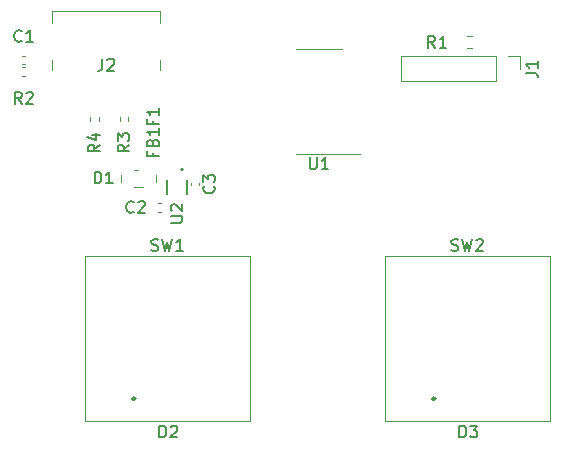
<source format=gbr>
%TF.GenerationSoftware,KiCad,Pcbnew,(6.0.0-rc2-14-ga17a58203b)*%
%TF.CreationDate,2022-02-14T14:16:27-08:00*%
%TF.ProjectId,muon,6d756f6e-2e6b-4696-9361-645f70636258,rev?*%
%TF.SameCoordinates,Original*%
%TF.FileFunction,Legend,Top*%
%TF.FilePolarity,Positive*%
%FSLAX46Y46*%
G04 Gerber Fmt 4.6, Leading zero omitted, Abs format (unit mm)*
G04 Created by KiCad (PCBNEW (6.0.0-rc2-14-ga17a58203b)) date 2022-02-14 14:16:27*
%MOMM*%
%LPD*%
G01*
G04 APERTURE LIST*
%ADD10C,0.150000*%
%ADD11C,0.120000*%
%ADD12C,0.127000*%
%ADD13C,0.200000*%
%ADD14C,0.260000*%
G04 APERTURE END LIST*
D10*
%TO.C,F1*%
X140928571Y-66625146D02*
X140928571Y-66958479D01*
X141452380Y-66958479D02*
X140452380Y-66958479D01*
X140452380Y-66482289D01*
X141452380Y-65577527D02*
X141452380Y-66148955D01*
X141452380Y-65863241D02*
X140452380Y-65863241D01*
X140595238Y-65958479D01*
X140690476Y-66053717D01*
X140738095Y-66148955D01*
%TO.C,SW2*%
X166226666Y-77610761D02*
X166369523Y-77658380D01*
X166607619Y-77658380D01*
X166702857Y-77610761D01*
X166750476Y-77563142D01*
X166798095Y-77467904D01*
X166798095Y-77372666D01*
X166750476Y-77277428D01*
X166702857Y-77229809D01*
X166607619Y-77182190D01*
X166417142Y-77134571D01*
X166321904Y-77086952D01*
X166274285Y-77039333D01*
X166226666Y-76944095D01*
X166226666Y-76848857D01*
X166274285Y-76753619D01*
X166321904Y-76706000D01*
X166417142Y-76658380D01*
X166655238Y-76658380D01*
X166798095Y-76706000D01*
X167131428Y-76658380D02*
X167369523Y-77658380D01*
X167560000Y-76944095D01*
X167750476Y-77658380D01*
X167988571Y-76658380D01*
X168321904Y-76753619D02*
X168369523Y-76706000D01*
X168464761Y-76658380D01*
X168702857Y-76658380D01*
X168798095Y-76706000D01*
X168845714Y-76753619D01*
X168893333Y-76848857D01*
X168893333Y-76944095D01*
X168845714Y-77086952D01*
X168274285Y-77658380D01*
X168893333Y-77658380D01*
%TO.C,R3*%
X138952380Y-68666666D02*
X138476190Y-69000000D01*
X138952380Y-69238095D02*
X137952380Y-69238095D01*
X137952380Y-68857142D01*
X138000000Y-68761904D01*
X138047619Y-68714285D01*
X138142857Y-68666666D01*
X138285714Y-68666666D01*
X138380952Y-68714285D01*
X138428571Y-68761904D01*
X138476190Y-68857142D01*
X138476190Y-69238095D01*
X137952380Y-68333333D02*
X137952380Y-67714285D01*
X138333333Y-68047619D01*
X138333333Y-67904761D01*
X138380952Y-67809523D01*
X138428571Y-67761904D01*
X138523809Y-67714285D01*
X138761904Y-67714285D01*
X138857142Y-67761904D01*
X138904761Y-67809523D01*
X138952380Y-67904761D01*
X138952380Y-68190476D01*
X138904761Y-68285714D01*
X138857142Y-68333333D01*
%TO.C,R1*%
X164833333Y-60452380D02*
X164500000Y-59976190D01*
X164261904Y-60452380D02*
X164261904Y-59452380D01*
X164642857Y-59452380D01*
X164738095Y-59500000D01*
X164785714Y-59547619D01*
X164833333Y-59642857D01*
X164833333Y-59785714D01*
X164785714Y-59880952D01*
X164738095Y-59928571D01*
X164642857Y-59976190D01*
X164261904Y-59976190D01*
X165785714Y-60452380D02*
X165214285Y-60452380D01*
X165500000Y-60452380D02*
X165500000Y-59452380D01*
X165404761Y-59595238D01*
X165309523Y-59690476D01*
X165214285Y-59738095D01*
%TO.C,J2*%
X136666666Y-61402380D02*
X136666666Y-62116666D01*
X136619047Y-62259523D01*
X136523809Y-62354761D01*
X136380952Y-62402380D01*
X136285714Y-62402380D01*
X137095238Y-61497619D02*
X137142857Y-61450000D01*
X137238095Y-61402380D01*
X137476190Y-61402380D01*
X137571428Y-61450000D01*
X137619047Y-61497619D01*
X137666666Y-61592857D01*
X137666666Y-61688095D01*
X137619047Y-61830952D01*
X137047619Y-62402380D01*
X137666666Y-62402380D01*
%TO.C,U2*%
X142452380Y-75261904D02*
X143261904Y-75261904D01*
X143357142Y-75214285D01*
X143404761Y-75166666D01*
X143452380Y-75071428D01*
X143452380Y-74880952D01*
X143404761Y-74785714D01*
X143357142Y-74738095D01*
X143261904Y-74690476D01*
X142452380Y-74690476D01*
X142547619Y-74261904D02*
X142500000Y-74214285D01*
X142452380Y-74119047D01*
X142452380Y-73880952D01*
X142500000Y-73785714D01*
X142547619Y-73738095D01*
X142642857Y-73690476D01*
X142738095Y-73690476D01*
X142880952Y-73738095D01*
X143452380Y-74309523D01*
X143452380Y-73690476D01*
%TO.C,R4*%
X136452380Y-68666666D02*
X135976190Y-69000000D01*
X136452380Y-69238095D02*
X135452380Y-69238095D01*
X135452380Y-68857142D01*
X135500000Y-68761904D01*
X135547619Y-68714285D01*
X135642857Y-68666666D01*
X135785714Y-68666666D01*
X135880952Y-68714285D01*
X135928571Y-68761904D01*
X135976190Y-68857142D01*
X135976190Y-69238095D01*
X135785714Y-67809523D02*
X136452380Y-67809523D01*
X135404761Y-68047619D02*
X136119047Y-68285714D01*
X136119047Y-67666666D01*
%TO.C,FB1*%
X140928571Y-69333333D02*
X140928571Y-69666666D01*
X141452380Y-69666666D02*
X140452380Y-69666666D01*
X140452380Y-69190476D01*
X140928571Y-68476190D02*
X140976190Y-68333333D01*
X141023809Y-68285714D01*
X141119047Y-68238095D01*
X141261904Y-68238095D01*
X141357142Y-68285714D01*
X141404761Y-68333333D01*
X141452380Y-68428571D01*
X141452380Y-68809523D01*
X140452380Y-68809523D01*
X140452380Y-68476190D01*
X140500000Y-68380952D01*
X140547619Y-68333333D01*
X140642857Y-68285714D01*
X140738095Y-68285714D01*
X140833333Y-68333333D01*
X140880952Y-68380952D01*
X140928571Y-68476190D01*
X140928571Y-68809523D01*
X141452380Y-67285714D02*
X141452380Y-67857142D01*
X141452380Y-67571428D02*
X140452380Y-67571428D01*
X140595238Y-67666666D01*
X140690476Y-67761904D01*
X140738095Y-67857142D01*
%TO.C,D3*%
X166901904Y-93452380D02*
X166901904Y-92452380D01*
X167140000Y-92452380D01*
X167282857Y-92500000D01*
X167378095Y-92595238D01*
X167425714Y-92690476D01*
X167473333Y-92880952D01*
X167473333Y-93023809D01*
X167425714Y-93214285D01*
X167378095Y-93309523D01*
X167282857Y-93404761D01*
X167140000Y-93452380D01*
X166901904Y-93452380D01*
X167806666Y-92452380D02*
X168425714Y-92452380D01*
X168092380Y-92833333D01*
X168235238Y-92833333D01*
X168330476Y-92880952D01*
X168378095Y-92928571D01*
X168425714Y-93023809D01*
X168425714Y-93261904D01*
X168378095Y-93357142D01*
X168330476Y-93404761D01*
X168235238Y-93452380D01*
X167949523Y-93452380D01*
X167854285Y-93404761D01*
X167806666Y-93357142D01*
%TO.C,J1*%
X172512380Y-62583333D02*
X173226666Y-62583333D01*
X173369523Y-62630952D01*
X173464761Y-62726190D01*
X173512380Y-62869047D01*
X173512380Y-62964285D01*
X173512380Y-61583333D02*
X173512380Y-62154761D01*
X173512380Y-61869047D02*
X172512380Y-61869047D01*
X172655238Y-61964285D01*
X172750476Y-62059523D01*
X172798095Y-62154761D01*
%TO.C,C2*%
X139313333Y-74357142D02*
X139265714Y-74404761D01*
X139122857Y-74452380D01*
X139027619Y-74452380D01*
X138884761Y-74404761D01*
X138789523Y-74309523D01*
X138741904Y-74214285D01*
X138694285Y-74023809D01*
X138694285Y-73880952D01*
X138741904Y-73690476D01*
X138789523Y-73595238D01*
X138884761Y-73500000D01*
X139027619Y-73452380D01*
X139122857Y-73452380D01*
X139265714Y-73500000D01*
X139313333Y-73547619D01*
X139694285Y-73547619D02*
X139741904Y-73500000D01*
X139837142Y-73452380D01*
X140075238Y-73452380D01*
X140170476Y-73500000D01*
X140218095Y-73547619D01*
X140265714Y-73642857D01*
X140265714Y-73738095D01*
X140218095Y-73880952D01*
X139646666Y-74452380D01*
X140265714Y-74452380D01*
%TO.C,SW1*%
X140826666Y-77610761D02*
X140969523Y-77658380D01*
X141207619Y-77658380D01*
X141302857Y-77610761D01*
X141350476Y-77563142D01*
X141398095Y-77467904D01*
X141398095Y-77372666D01*
X141350476Y-77277428D01*
X141302857Y-77229809D01*
X141207619Y-77182190D01*
X141017142Y-77134571D01*
X140921904Y-77086952D01*
X140874285Y-77039333D01*
X140826666Y-76944095D01*
X140826666Y-76848857D01*
X140874285Y-76753619D01*
X140921904Y-76706000D01*
X141017142Y-76658380D01*
X141255238Y-76658380D01*
X141398095Y-76706000D01*
X141731428Y-76658380D02*
X141969523Y-77658380D01*
X142160000Y-76944095D01*
X142350476Y-77658380D01*
X142588571Y-76658380D01*
X143493333Y-77658380D02*
X142921904Y-77658380D01*
X143207619Y-77658380D02*
X143207619Y-76658380D01*
X143112380Y-76801238D01*
X143017142Y-76896476D01*
X142921904Y-76944095D01*
%TO.C,D1*%
X136011904Y-71952380D02*
X136011904Y-70952380D01*
X136250000Y-70952380D01*
X136392857Y-71000000D01*
X136488095Y-71095238D01*
X136535714Y-71190476D01*
X136583333Y-71380952D01*
X136583333Y-71523809D01*
X136535714Y-71714285D01*
X136488095Y-71809523D01*
X136392857Y-71904761D01*
X136250000Y-71952380D01*
X136011904Y-71952380D01*
X137535714Y-71952380D02*
X136964285Y-71952380D01*
X137250000Y-71952380D02*
X137250000Y-70952380D01*
X137154761Y-71095238D01*
X137059523Y-71190476D01*
X136964285Y-71238095D01*
%TO.C,D2*%
X141501904Y-93452380D02*
X141501904Y-92452380D01*
X141740000Y-92452380D01*
X141882857Y-92500000D01*
X141978095Y-92595238D01*
X142025714Y-92690476D01*
X142073333Y-92880952D01*
X142073333Y-93023809D01*
X142025714Y-93214285D01*
X141978095Y-93309523D01*
X141882857Y-93404761D01*
X141740000Y-93452380D01*
X141501904Y-93452380D01*
X142454285Y-92547619D02*
X142501904Y-92500000D01*
X142597142Y-92452380D01*
X142835238Y-92452380D01*
X142930476Y-92500000D01*
X142978095Y-92547619D01*
X143025714Y-92642857D01*
X143025714Y-92738095D01*
X142978095Y-92880952D01*
X142406666Y-93452380D01*
X143025714Y-93452380D01*
%TO.C,C3*%
X146107142Y-72166666D02*
X146154761Y-72214285D01*
X146202380Y-72357142D01*
X146202380Y-72452380D01*
X146154761Y-72595238D01*
X146059523Y-72690476D01*
X145964285Y-72738095D01*
X145773809Y-72785714D01*
X145630952Y-72785714D01*
X145440476Y-72738095D01*
X145345238Y-72690476D01*
X145250000Y-72595238D01*
X145202380Y-72452380D01*
X145202380Y-72357142D01*
X145250000Y-72214285D01*
X145297619Y-72166666D01*
X145202380Y-71833333D02*
X145202380Y-71214285D01*
X145583333Y-71547619D01*
X145583333Y-71404761D01*
X145630952Y-71309523D01*
X145678571Y-71261904D01*
X145773809Y-71214285D01*
X146011904Y-71214285D01*
X146107142Y-71261904D01*
X146154761Y-71309523D01*
X146202380Y-71404761D01*
X146202380Y-71690476D01*
X146154761Y-71785714D01*
X146107142Y-71833333D01*
%TO.C,C1*%
X129833333Y-59857142D02*
X129785714Y-59904761D01*
X129642857Y-59952380D01*
X129547619Y-59952380D01*
X129404761Y-59904761D01*
X129309523Y-59809523D01*
X129261904Y-59714285D01*
X129214285Y-59523809D01*
X129214285Y-59380952D01*
X129261904Y-59190476D01*
X129309523Y-59095238D01*
X129404761Y-59000000D01*
X129547619Y-58952380D01*
X129642857Y-58952380D01*
X129785714Y-59000000D01*
X129833333Y-59047619D01*
X130785714Y-59952380D02*
X130214285Y-59952380D01*
X130500000Y-59952380D02*
X130500000Y-58952380D01*
X130404761Y-59095238D01*
X130309523Y-59190476D01*
X130214285Y-59238095D01*
%TO.C,U1*%
X154238095Y-69732380D02*
X154238095Y-70541904D01*
X154285714Y-70637142D01*
X154333333Y-70684761D01*
X154428571Y-70732380D01*
X154619047Y-70732380D01*
X154714285Y-70684761D01*
X154761904Y-70637142D01*
X154809523Y-70541904D01*
X154809523Y-69732380D01*
X155809523Y-70732380D02*
X155238095Y-70732380D01*
X155523809Y-70732380D02*
X155523809Y-69732380D01*
X155428571Y-69875238D01*
X155333333Y-69970476D01*
X155238095Y-70018095D01*
%TO.C,R2*%
X129833333Y-65202380D02*
X129500000Y-64726190D01*
X129261904Y-65202380D02*
X129261904Y-64202380D01*
X129642857Y-64202380D01*
X129738095Y-64250000D01*
X129785714Y-64297619D01*
X129833333Y-64392857D01*
X129833333Y-64535714D01*
X129785714Y-64630952D01*
X129738095Y-64678571D01*
X129642857Y-64726190D01*
X129261904Y-64726190D01*
X130214285Y-64297619D02*
X130261904Y-64250000D01*
X130357142Y-64202380D01*
X130595238Y-64202380D01*
X130690476Y-64250000D01*
X130738095Y-64297619D01*
X130785714Y-64392857D01*
X130785714Y-64488095D01*
X130738095Y-64630952D01*
X130166666Y-65202380D01*
X130785714Y-65202380D01*
D11*
%TO.C,SW2*%
X160575000Y-78095000D02*
X174545000Y-78095000D01*
X160575000Y-92065000D02*
X160575000Y-78095000D01*
X174545000Y-78095000D02*
X174545000Y-92065000D01*
X174545000Y-92065000D02*
X160575000Y-92065000D01*
%TO.C,R3*%
X138120000Y-66653641D02*
X138120000Y-66346359D01*
X138880000Y-66653641D02*
X138880000Y-66346359D01*
%TO.C,R1*%
X167987258Y-60522500D02*
X167512742Y-60522500D01*
X167987258Y-59477500D02*
X167512742Y-59477500D01*
%TO.C,J2*%
X141580000Y-57390000D02*
X132420000Y-57390000D01*
X132420000Y-58340000D02*
X132420000Y-57390000D01*
X141580000Y-62315000D02*
X141580000Y-61460000D01*
X132420000Y-62315000D02*
X132420000Y-61460000D01*
X141580000Y-58340000D02*
X141580000Y-57390000D01*
D12*
%TO.C,U2*%
X142180000Y-71625000D02*
X142180000Y-72875000D01*
X143820000Y-71625000D02*
X143820000Y-72875000D01*
D13*
X143500000Y-70775000D02*
G75*
G03*
X143500000Y-70775000I-100000J0D01*
G01*
D11*
%TO.C,R4*%
X136380000Y-66653641D02*
X136380000Y-66346359D01*
X135620000Y-66653641D02*
X135620000Y-66346359D01*
%TO.C,D3*%
D14*
X164870000Y-90170000D02*
G75*
G03*
X164870000Y-90170000I-130000J0D01*
G01*
D11*
%TO.C,J1*%
X170000000Y-61190000D02*
X161940000Y-61190000D01*
X161940000Y-61190000D02*
X161940000Y-63310000D01*
X170000000Y-63310000D02*
X161940000Y-63310000D01*
X171000000Y-61190000D02*
X172060000Y-61190000D01*
X170000000Y-61190000D02*
X170000000Y-63310000D01*
X172060000Y-61190000D02*
X172060000Y-62250000D01*
%TO.C,C2*%
X141607836Y-74360000D02*
X141392164Y-74360000D01*
X141607836Y-73640000D02*
X141392164Y-73640000D01*
%TO.C,SW1*%
X149145000Y-92065000D02*
X135175000Y-92065000D01*
X135175000Y-92065000D02*
X135175000Y-78095000D01*
X135175000Y-78095000D02*
X149145000Y-78095000D01*
X149145000Y-78095000D02*
X149145000Y-92065000D01*
%TO.C,D1*%
X141251800Y-71211803D02*
X141251800Y-71820195D01*
X138254600Y-71820195D02*
X138254600Y-71211803D01*
X140129161Y-72214500D02*
X139377239Y-72214500D01*
X139377240Y-70817500D02*
X139722760Y-70817500D01*
%TO.C,D2*%
D14*
X139470000Y-90170000D02*
G75*
G03*
X139470000Y-90170000I-130000J0D01*
G01*
D11*
%TO.C,C3*%
X144140000Y-71892164D02*
X144140000Y-72107836D01*
X144860000Y-71892164D02*
X144860000Y-72107836D01*
%TO.C,C1*%
X130107836Y-61860000D02*
X129892164Y-61860000D01*
X130107836Y-61140000D02*
X129892164Y-61140000D01*
%TO.C,U1*%
X155000000Y-69435000D02*
X153050000Y-69435000D01*
X155000000Y-60565000D02*
X153050000Y-60565000D01*
X155000000Y-60565000D02*
X156950000Y-60565000D01*
X155000000Y-69435000D02*
X158450000Y-69435000D01*
%TO.C,R2*%
X130153641Y-62880000D02*
X129846359Y-62880000D01*
X130153641Y-62120000D02*
X129846359Y-62120000D01*
%TD*%
M02*

</source>
